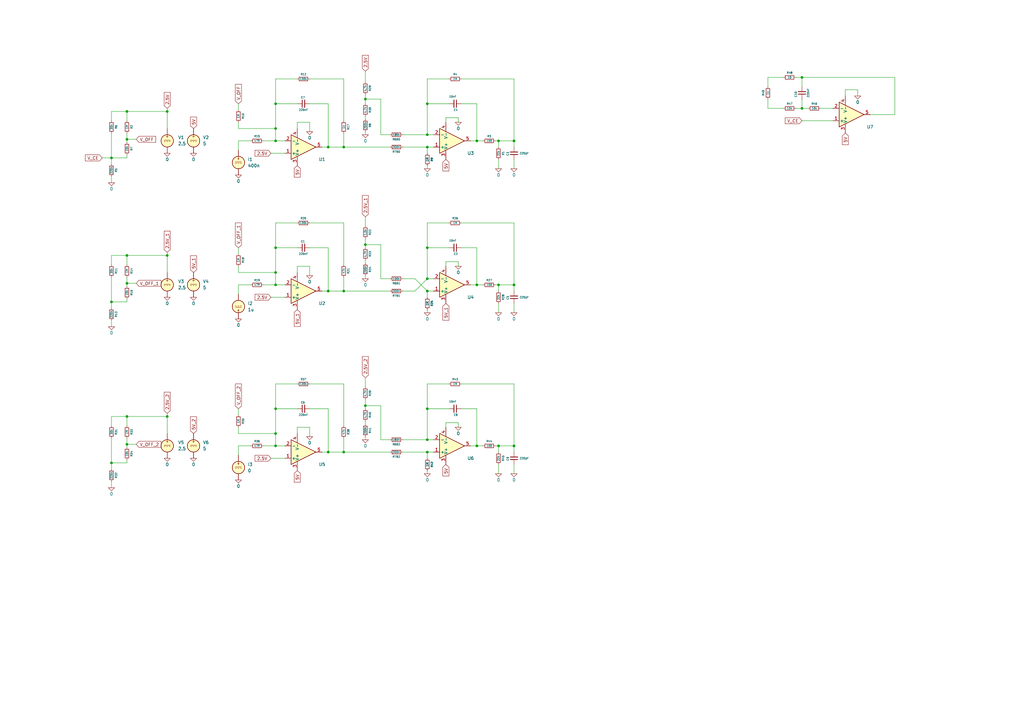
<source format=kicad_sch>
(kicad_sch (version 20250114) (generator "eeschema") (generator_version "9.0")
  (paper "A3")
  (title_block (title "OGS_Board") (date "2024-09-09") (rev "1") (company "Oizom Instruments Private Limited") (comment 1 "H2S / CO / SO2"))
  (junction (at 52.07 45.72))
  (junction (at 134.62 60.325))
  (junction (at 204.47 116.84))
  (junction (at 149.86 40.64))
  (junction (at 45.72 123.825))
  (junction (at 113.03 116.84))
  (junction (at 149.86 100.33))
  (junction (at 195.58 116.84))
  (junction (at 195.58 182.88))
  (junction (at 134.62 119.38))
  (junction (at 45.72 64.77))
  (junction (at 328.93 44.45))
  (junction (at 113.03 52.705))
  (junction (at 140.97 185.42))
  (junction (at 149.86 166.37))
  (junction (at 175.26 167.64))
  (junction (at 204.47 57.785))
  (junction (at 210.82 182.88))
  (junction (at 68.58 170.815))
  (junction (at 175.26 101.6))
  (junction (at 210.82 57.785))
  (junction (at 175.26 185.42))
  (junction (at 113.03 177.8))
  (junction (at 52.07 104.775))
  (junction (at 175.26 180.34))
  (junction (at 175.26 55.245))
  (junction (at 175.26 42.545))
  (junction (at 175.26 114.3))
  (junction (at 45.72 189.865))
  (junction (at 52.07 57.15))
  (junction (at 113.03 167.64))
  (junction (at 68.58 45.72))
  (junction (at 52.07 182.245))
  (junction (at 204.47 182.88))
  (junction (at 113.03 101.6))
  (junction (at 52.07 116.205))
  (junction (at 175.26 60.325))
  (junction (at 113.03 42.545))
  (junction (at 210.82 116.84))
  (junction (at 52.07 170.815))
  (junction (at 175.26 119.38))
  (junction (at 68.58 104.775))
  (junction (at 113.03 182.88))
  (junction (at 134.62 185.42))
  (junction (at 328.93 31.75))
  (junction (at 113.03 111.76))
  (junction (at 140.97 60.325))
  (junction (at 113.03 57.785))
  (junction (at 195.58 57.785))
  (junction (at 140.97 119.38))
  (wire (pts (xy 182.88 50.165) (xy 182.88 48.26)))
  (wire (pts (xy 111.125 121.92) (xy 116.84 121.92)))
  (wire (pts (xy 113.03 157.48) (xy 113.03 167.64)))
  (wire (pts (xy 132.08 185.42) (xy 134.62 185.42)))
  (wire (pts (xy 140.97 32.385) (xy 127 32.385)))
  (wire (pts (xy 175.26 157.48) (xy 175.26 167.64)))
  (wire (pts (xy 45.72 108.585) (xy 45.72 104.775)))
  (wire (pts (xy 182.88 175.26) (xy 182.88 173.355)))
  (wire (pts (xy 52.07 122.555) (xy 52.07 123.825)))
  (wire (pts (xy 149.86 29.21) (xy 149.86 33.655)))
  (wire (pts (xy 140.97 91.44) (xy 127 91.44)))
  (wire (pts (xy 149.86 38.735) (xy 149.86 40.64)))
  (wire (pts (xy 68.58 170.815) (xy 68.58 177.8)))
  (wire (pts (xy 134.62 167.64) (xy 127 167.64)))
  (wire (pts (xy 156.21 114.3) (xy 156.21 100.33)))
  (wire (pts (xy 175.26 127) (xy 175.26 128.27)))
  (wire (pts (xy 210.82 65.405) (xy 210.82 69.215)))
  (wire (pts (xy 121.92 52.705) (xy 121.92 50.165)))
  (wire (pts (xy 113.03 32.385) (xy 113.03 42.545)))
  (wire (pts (xy 140.97 49.53) (xy 140.97 32.385)))
  (wire (pts (xy 187.96 173.355) (xy 187.96 175.26)))
  (wire (pts (xy 97.79 182.88) (xy 97.79 186.69)))
  (wire (pts (xy 52.07 54.61) (xy 52.07 57.15)))
  (wire (pts (xy 184.15 91.44) (xy 175.26 91.44)))
  (wire (pts (xy 68.58 104.775) (xy 68.58 111.76)))
  (wire (pts (xy 140.97 113.665) (xy 140.97 119.38)))
  (wire (pts (xy 107.95 57.785) (xy 113.03 57.785)))
  (wire (pts (xy 182.88 107.315) (xy 187.96 107.315)))
  (wire (pts (xy 184.15 157.48) (xy 175.26 157.48)))
  (wire (pts (xy 45.72 64.77) (xy 45.72 67.31)))
  (wire (pts (xy 134.62 185.42) (xy 140.97 185.42)))
  (wire (pts (xy 356.87 46.99) (xy 367.03 46.99)))
  (wire (pts (xy 195.58 116.84) (xy 198.12 116.84)))
  (wire (pts (xy 45.72 189.865) (xy 45.72 192.405)))
  (wire (pts (xy 45.72 131.445) (xy 45.72 133.985)))
  (wire (pts (xy 210.82 32.385) (xy 210.82 57.785)))
  (wire (pts (xy 52.07 189.865) (xy 45.72 189.865)))
  (wire (pts (xy 97.79 57.785) (xy 97.79 61.595)))
  (wire (pts (xy 45.72 45.72) (xy 52.07 45.72)))
  (wire (pts (xy 121.92 157.48) (xy 113.03 157.48)))
  (wire (pts (xy 149.86 97.79) (xy 149.86 100.33)))
  (wire (pts (xy 121.92 177.8) (xy 121.92 175.26)))
  (wire (pts (xy 182.88 48.26) (xy 187.96 48.26)))
  (wire (pts (xy 175.26 91.44) (xy 175.26 101.6)))
  (wire (pts (xy 127 109.22) (xy 127 113.03)))
  (wire (pts (xy 210.82 124.46) (xy 210.82 128.27)))
  (wire (pts (xy 68.58 169.545) (xy 68.58 170.815)))
  (wire (pts (xy 189.23 157.48) (xy 210.82 157.48)))
  (wire (pts (xy 189.23 91.44) (xy 210.82 91.44)))
  (wire (pts (xy 149.86 106.68) (xy 149.86 107.95)))
  (wire (pts (xy 52.07 63.5) (xy 52.07 64.77)))
  (wire (pts (xy 121.92 50.165) (xy 127 50.165)))
  (wire (pts (xy 121.92 109.22) (xy 127 109.22)))
  (wire (pts (xy 175.26 60.325) (xy 177.8 60.325)))
  (wire (pts (xy 68.58 44.45) (xy 68.58 45.72)))
  (wire (pts (xy 175.26 114.3) (xy 177.8 114.3)))
  (wire (pts (xy 52.07 116.205) (xy 55.88 116.205)))
  (wire (pts (xy 140.97 157.48) (xy 127 157.48)))
  (wire (pts (xy 165.1 185.42) (xy 175.26 185.42)))
  (wire (pts (xy 45.72 72.39) (xy 45.72 74.93)))
  (wire (pts (xy 175.26 101.6) (xy 175.26 114.3)))
  (wire (pts (xy 52.07 182.245) (xy 55.88 182.245)))
  (wire (pts (xy 149.86 100.33) (xy 156.21 100.33)))
  (wire (pts (xy 184.15 32.385) (xy 175.26 32.385)))
  (wire (pts (xy 193.04 182.88) (xy 195.58 182.88)))
  (wire (pts (xy 45.72 104.775) (xy 52.07 104.775)))
  (wire (pts (xy 121.92 175.26) (xy 127 175.26)))
  (wire (pts (xy 132.08 119.38) (xy 134.62 119.38)))
  (wire (pts (xy 187.96 48.26) (xy 187.96 50.165)))
  (wire (pts (xy 97.79 116.84) (xy 97.79 120.65)))
  (wire (pts (xy 326.39 31.75) (xy 328.93 31.75)))
  (wire (pts (xy 170.18 119.38) (xy 175.26 114.3)))
  (wire (pts (xy 336.55 44.45) (xy 341.63 44.45)))
  (wire (pts (xy 195.58 167.64) (xy 195.58 182.88)))
  (wire (pts (xy 52.07 188.595) (xy 52.07 189.865)))
  (wire (pts (xy 175.26 42.545) (xy 184.15 42.545)))
  (wire (pts (xy 175.26 60.325) (xy 175.26 62.865)))
  (wire (pts (xy 160.02 114.3) (xy 156.21 114.3)))
  (wire (pts (xy 210.82 91.44) (xy 210.82 116.84)))
  (wire (pts (xy 204.47 124.46) (xy 204.47 128.27)))
  (wire (pts (xy 165.1 55.245) (xy 175.26 55.245)))
  (wire (pts (xy 134.62 119.38) (xy 140.97 119.38)))
  (wire (pts (xy 149.86 47.625) (xy 149.86 48.895)))
  (wire (pts (xy 189.23 167.64) (xy 195.58 167.64)))
  (wire (pts (xy 314.96 31.75) (xy 314.96 35.56)))
  (wire (pts (xy 97.79 175.26) (xy 97.79 177.8)))
  (wire (pts (xy 175.26 193.04) (xy 175.26 194.31)))
  (wire (pts (xy 127 50.165) (xy 127 53.975)))
  (wire (pts (xy 52.07 170.815) (xy 68.58 170.815)))
  (wire (pts (xy 134.62 60.325) (xy 140.97 60.325)))
  (wire (pts (xy 52.07 64.77) (xy 45.72 64.77)))
  (wire (pts (xy 45.72 123.825) (xy 45.72 126.365)))
  (wire (pts (xy 45.72 113.665) (xy 45.72 123.825)))
  (wire (pts (xy 165.1 114.3) (xy 170.18 114.3)))
  (wire (pts (xy 160.02 180.34) (xy 156.21 180.34)))
  (wire (pts (xy 149.86 172.72) (xy 149.86 173.99)))
  (wire (pts (xy 52.07 45.72) (xy 52.07 49.53)))
  (wire (pts (xy 97.79 50.165) (xy 97.79 52.705)))
  (wire (pts (xy 314.96 31.75) (xy 321.31 31.75)))
  (wire (pts (xy 52.07 116.205) (xy 52.07 117.475)))
  (wire (pts (xy 52.07 57.15) (xy 52.07 58.42)))
  (wire (pts (xy 149.86 154.94) (xy 149.86 158.75)))
  (wire (pts (xy 328.93 31.75) (xy 367.03 31.75)))
  (wire (pts (xy 175.26 42.545) (xy 175.26 55.245)))
  (wire (pts (xy 175.26 67.945) (xy 175.26 69.215)))
  (wire (pts (xy 175.26 55.245) (xy 177.8 55.245)))
  (wire (pts (xy 52.07 123.825) (xy 45.72 123.825)))
  (wire (pts (xy 367.03 31.75) (xy 367.03 46.99)))
  (wire (pts (xy 68.58 45.72) (xy 68.58 52.705)))
  (wire (pts (xy 149.86 53.975) (xy 149.86 55.245)))
  (wire (pts (xy 189.23 42.545) (xy 195.58 42.545)))
  (wire (pts (xy 210.82 182.88) (xy 204.47 182.88)))
  (wire (pts (xy 113.03 101.6) (xy 113.03 111.76)))
  (wire (pts (xy 134.62 60.325) (xy 134.62 42.545)))
  (wire (pts (xy 149.86 166.37) (xy 149.86 167.64)))
  (wire (pts (xy 328.93 44.45) (xy 331.47 44.45)))
  (wire (pts (xy 107.95 182.88) (xy 113.03 182.88)))
  (wire (pts (xy 149.86 40.64) (xy 156.21 40.64)))
  (wire (pts (xy 149.86 88.9) (xy 149.86 92.71)))
  (wire (pts (xy 121.92 111.76) (xy 121.92 109.22)))
  (wire (pts (xy 121.92 32.385) (xy 113.03 32.385)))
  (wire (pts (xy 97.79 116.84) (xy 102.87 116.84)))
  (wire (pts (xy 97.79 182.88) (xy 102.87 182.88)))
  (wire (pts (xy 175.26 119.38) (xy 175.26 121.92)))
  (wire (pts (xy 113.03 167.64) (xy 121.92 167.64)))
  (wire (pts (xy 127 175.26) (xy 127 179.07)))
  (wire (pts (xy 45.72 197.485) (xy 45.72 200.025)))
  (wire (pts (xy 182.88 109.22) (xy 182.88 107.315)))
  (wire (pts (xy 204.47 57.785) (xy 204.47 60.325)))
  (wire (pts (xy 175.26 167.64) (xy 175.26 180.34)))
  (wire (pts (xy 175.26 185.42) (xy 177.8 185.42)))
  (wire (pts (xy 165.1 60.325) (xy 175.26 60.325)))
  (wire (pts (xy 314.96 44.45) (xy 321.31 44.45)))
  (wire (pts (xy 41.91 64.77) (xy 45.72 64.77)))
  (wire (pts (xy 165.1 180.34) (xy 175.26 180.34)))
  (wire (pts (xy 68.58 103.505) (xy 68.58 104.775)))
  (wire (pts (xy 113.03 182.88) (xy 116.84 182.88)))
  (wire (pts (xy 52.07 104.775) (xy 52.07 108.585)))
  (wire (pts (xy 97.79 177.8) (xy 113.03 177.8)))
  (wire (pts (xy 165.1 119.38) (xy 170.18 119.38)))
  (wire (pts (xy 210.82 182.88) (xy 210.82 185.42)))
  (wire (pts (xy 113.03 116.84) (xy 116.84 116.84)))
  (wire (pts (xy 156.21 40.64) (xy 156.21 55.245)))
  (wire (pts (xy 193.04 57.785) (xy 195.58 57.785)))
  (wire (pts (xy 140.97 60.325) (xy 160.02 60.325)))
  (wire (pts (xy 328.93 49.53) (xy 341.63 49.53)))
  (wire (pts (xy 113.03 42.545) (xy 121.92 42.545)))
  (wire (pts (xy 326.39 44.45) (xy 328.93 44.45)))
  (wire (pts (xy 132.08 60.325) (xy 134.62 60.325)))
  (wire (pts (xy 45.72 174.625) (xy 45.72 170.815)))
  (wire (pts (xy 113.03 52.705) (xy 113.03 57.785)))
  (wire (pts (xy 204.47 116.84) (xy 204.47 119.38)))
  (wire (pts (xy 149.86 163.83) (xy 149.86 166.37)))
  (wire (pts (xy 346.71 36.83) (xy 346.71 39.37)))
  (wire (pts (xy 140.97 179.705) (xy 140.97 185.42)))
  (wire (pts (xy 52.07 170.815) (xy 52.07 174.625)))
  (wire (pts (xy 175.26 185.42) (xy 175.26 187.96)))
  (wire (pts (xy 134.62 185.42) (xy 134.62 167.64)))
  (wire (pts (xy 149.86 179.07) (xy 149.86 180.34)))
  (wire (pts (xy 195.58 101.6) (xy 195.58 116.84)))
  (wire (pts (xy 134.62 119.38) (xy 134.62 101.6)))
  (wire (pts (xy 189.23 101.6) (xy 195.58 101.6)))
  (wire (pts (xy 204.47 182.88) (xy 204.47 185.42)))
  (wire (pts (xy 52.07 113.665) (xy 52.07 116.205)))
  (wire (pts (xy 111.125 187.96) (xy 116.84 187.96)))
  (wire (pts (xy 52.07 45.72) (xy 68.58 45.72)))
  (wire (pts (xy 111.125 62.865) (xy 116.84 62.865)))
  (wire (pts (xy 187.96 107.315) (xy 187.96 109.22)))
  (wire (pts (xy 97.79 109.22) (xy 97.79 111.76)))
  (wire (pts (xy 45.72 170.815) (xy 52.07 170.815)))
  (wire (pts (xy 52.07 57.15) (xy 55.88 57.15)))
  (wire (pts (xy 97.79 170.18) (xy 97.79 167.64)))
  (wire (pts (xy 328.93 40.64) (xy 328.93 44.45)))
  (wire (pts (xy 210.82 190.5) (xy 210.82 194.31)))
  (wire (pts (xy 204.47 182.88) (xy 203.2 182.88)))
  (wire (pts (xy 97.79 52.705) (xy 113.03 52.705)))
  (wire (pts (xy 134.62 101.6) (xy 127 101.6)))
  (wire (pts (xy 182.88 173.355) (xy 187.96 173.355)))
  (wire (pts (xy 210.82 57.785) (xy 204.47 57.785)))
  (wire (pts (xy 195.58 182.88) (xy 198.12 182.88)))
  (wire (pts (xy 140.97 119.38) (xy 160.02 119.38)))
  (wire (pts (xy 204.47 116.84) (xy 203.2 116.84)))
  (wire (pts (xy 204.47 65.405) (xy 204.47 69.215)))
  (wire (pts (xy 52.07 182.245) (xy 52.07 183.515)))
  (wire (pts (xy 193.04 116.84) (xy 195.58 116.84)))
  (wire (pts (xy 149.86 113.03) (xy 149.86 114.3)))
  (wire (pts (xy 195.58 57.785) (xy 198.12 57.785)))
  (wire (pts (xy 52.07 179.705) (xy 52.07 182.245)))
  (wire (pts (xy 113.03 42.545) (xy 113.03 52.705)))
  (wire (pts (xy 52.07 104.775) (xy 68.58 104.775)))
  (wire (pts (xy 134.62 42.545) (xy 127 42.545)))
  (wire (pts (xy 149.86 100.33) (xy 149.86 101.6)))
  (wire (pts (xy 175.26 32.385) (xy 175.26 42.545)))
  (wire (pts (xy 97.79 104.14) (xy 97.79 101.6)))
  (wire (pts (xy 113.03 91.44) (xy 113.03 101.6)))
  (wire (pts (xy 170.18 114.3) (xy 175.26 119.38)))
  (wire (pts (xy 140.97 174.625) (xy 140.97 157.48)))
  (wire (pts (xy 45.72 49.53) (xy 45.72 45.72)))
  (wire (pts (xy 113.03 57.785) (xy 116.84 57.785)))
  (wire (pts (xy 175.26 180.34) (xy 177.8 180.34)))
  (wire (pts (xy 107.95 116.84) (xy 113.03 116.84)))
  (wire (pts (xy 314.96 40.64) (xy 314.96 44.45)))
  (wire (pts (xy 149.86 166.37) (xy 156.21 166.37)))
  (wire (pts (xy 97.79 111.76) (xy 113.03 111.76)))
  (wire (pts (xy 328.93 31.75) (xy 328.93 35.56)))
  (wire (pts (xy 204.47 190.5) (xy 204.47 194.31)))
  (wire (pts (xy 113.03 177.8) (xy 113.03 182.88)))
  (wire (pts (xy 140.97 185.42) (xy 160.02 185.42)))
  (wire (pts (xy 97.79 57.785) (xy 102.87 57.785)))
  (wire (pts (xy 113.03 111.76) (xy 113.03 116.84)))
  (wire (pts (xy 189.23 32.385) (xy 210.82 32.385)))
  (wire (pts (xy 175.26 101.6) (xy 184.15 101.6)))
  (wire (pts (xy 210.82 57.785) (xy 210.82 60.325)))
  (wire (pts (xy 97.79 45.085) (xy 97.79 42.545)))
  (wire (pts (xy 45.72 54.61) (xy 45.72 64.77)))
  (wire (pts (xy 195.58 42.545) (xy 195.58 57.785)))
  (wire (pts (xy 175.26 167.64) (xy 184.15 167.64)))
  (wire (pts (xy 175.26 119.38) (xy 177.8 119.38)))
  (wire (pts (xy 210.82 116.84) (xy 204.47 116.84)))
  (wire (pts (xy 351.79 36.83) (xy 351.79 39.37)))
  (wire (pts (xy 140.97 108.585) (xy 140.97 91.44)))
  (wire (pts (xy 113.03 101.6) (xy 121.92 101.6)))
  (wire (pts (xy 149.86 40.64) (xy 149.86 42.545)))
  (wire (pts (xy 121.92 91.44) (xy 113.03 91.44)))
  (wire (pts (xy 113.03 167.64) (xy 113.03 177.8)))
  (wire (pts (xy 156.21 180.34) (xy 156.21 166.37)))
  (wire (pts (xy 160.02 55.245) (xy 156.21 55.245)))
  (wire (pts (xy 204.47 57.785) (xy 203.2 57.785)))
  (wire (pts (xy 346.71 36.83) (xy 351.79 36.83)))
  (wire (pts (xy 210.82 116.84) (xy 210.82 119.38)))
  (wire (pts (xy 210.82 157.48) (xy 210.82 182.88)))
  (wire (pts (xy 140.97 54.61) (xy 140.97 60.325)))
  (wire (pts (xy 45.72 179.705) (xy 45.72 189.865)))
  (global_label "V_OFF" (shape input) (at 97.79 42.545 90) (property "Intersheetrefs" "${INTERSHEET_REFS}" (effects (hide yes))))
  (global_label "2.5V" (shape input) (at 111.125 62.865 180) (property "Intersheetrefs" "${INTERSHEET_REFS}" (effects (hide yes))))
  (global_label "V_OFF_1" (shape input) (at 55.88 116.205 0) (property "Intersheetrefs" "${INTERSHEET_REFS}" (effects (hide yes))))
  (global_label "2.5V" (shape input) (at 149.86 29.21 90) (property "Intersheetrefs" "${INTERSHEET_REFS}" (effects (hide yes))))
  (global_label "5V" (shape input) (at 79.375 52.705 90) (property "Intersheetrefs" "${INTERSHEET_REFS}" (effects (hide yes))))
  (global_label "2.5V" (shape input) (at 111.125 121.92 180) (property "Intersheetrefs" "${INTERSHEET_REFS}" (effects (hide yes))))
  (global_label "5V_1" (shape input) (at 121.92 127 270) (property "Intersheetrefs" "${INTERSHEET_REFS}" (effects (hide yes))))
  (global_label "5V" (shape input) (at 182.88 65.405 270) (property "Intersheetrefs" "${INTERSHEET_REFS}" (effects (hide yes))))
  (global_label "2.5V_1" (shape input) (at 149.86 88.9 90) (property "Intersheetrefs" "${INTERSHEET_REFS}" (effects (hide yes))))
  (global_label "2.5V" (shape input) (at 68.58 44.45 90) (property "Intersheetrefs" "${INTERSHEET_REFS}" (effects (hide yes))))
  (global_label "V_OFF" (shape input) (at 55.88 57.15 0) (property "Intersheetrefs" "${INTERSHEET_REFS}" (effects (hide yes))))
  (global_label "V_CE" (shape input) (at 328.93 49.53 180) (property "Intersheetrefs" "${INTERSHEET_REFS}" (effects (hide yes))))
  (global_label "2.5V" (shape input) (at 111.125 187.96 180) (property "Intersheetrefs" "${INTERSHEET_REFS}" (effects (hide yes))))
  (global_label "5V" (shape input) (at 182.88 190.5 270) (property "Intersheetrefs" "${INTERSHEET_REFS}" (effects (hide yes))))
  (global_label "5V" (shape input) (at 346.71 54.61 270) (property "Intersheetrefs" "${INTERSHEET_REFS}" (effects (hide yes))))
  (global_label "V_CE" (shape input) (at 41.91 64.77 180) (property "Intersheetrefs" "${INTERSHEET_REFS}" (effects (hide yes))))
  (global_label "5V" (shape input) (at 121.92 193.04 270) (property "Intersheetrefs" "${INTERSHEET_REFS}" (effects (hide yes))))
  (global_label "2.5V_2" (shape input) (at 149.86 154.94 90) (property "Intersheetrefs" "${INTERSHEET_REFS}" (effects (hide yes))))
  (global_label "2.5V_2" (shape input) (at 68.58 169.545 90) (property "Intersheetrefs" "${INTERSHEET_REFS}" (effects (hide yes))))
  (global_label "5V_2" (shape input) (at 79.375 177.8 90) (property "Intersheetrefs" "${INTERSHEET_REFS}" (effects (hide yes))))
  (global_label "2.5V_1" (shape input) (at 68.58 103.505 90) (property "Intersheetrefs" "${INTERSHEET_REFS}" (effects (hide yes))))
  (global_label "V_OFF_2" (shape input) (at 97.79 167.64 90) (property "Intersheetrefs" "${INTERSHEET_REFS}" (effects (hide yes))))
  (global_label "5V_1" (shape input) (at 79.375 111.76 90) (property "Intersheetrefs" "${INTERSHEET_REFS}" (effects (hide yes))))
  (global_label "5V" (shape input) (at 121.92 67.945 270) (property "Intersheetrefs" "${INTERSHEET_REFS}" (effects (hide yes))))
  (global_label "5V_1" (shape input) (at 182.88 124.46 270) (property "Intersheetrefs" "${INTERSHEET_REFS}" (effects (hide yes))))
  (global_label "V_OFF_1" (shape input) (at 97.79 101.6 90) (property "Intersheetrefs" "${INTERSHEET_REFS}" (effects (hide yes))))
  (global_label "V_OFF_2" (shape input) (at 55.88 182.245 0) (property "Intersheetrefs" "${INTERSHEET_REFS}" (effects (hide yes))))
  (symbol (lib_id "Device:R_Small") (at 204.47 121.92 0) (unit 1)
    (property "Reference" "R28" (at 206.375 121.92 90) (effects (font (size 0.8 0.8))))
    (property "Value" "22k" (at 204.47 121.92 90) (effects (font (size 0.8 0.8))))
    (property "Footprint" "Resistor_SMD:R_0603_1608Metric" (effects (hide yes)))
  )
  (symbol (lib_id "Simulation_SPICE:0") (at 79.375 187.96 0) (unit 1)
    (property "Reference" "#GND023" (effects (hide yes)))
    (property "Value" "0" (at 79.375 190.5 0))
    (property "Datasheet" "https://ngspice.sourceforge.io/docs/ngspice-html-manual/manual.xhtml#subsec_Circuit_elements__device" (effects (hide yes)))
    (property "Description" "0V reference potential for simulation" (effects (hide yes)))
  )
  (symbol (lib_id "Device:R_Small") (at 45.72 194.945 0) (unit 1)
    (property "Reference" "R32" (at 47.625 194.945 90) (effects (font (size 0.8 0.8))))
    (property "Value" "220k" (at 45.72 194.945 90) (effects (font (size 0.8 0.8))))
    (property "Footprint" "Resistor_SMD:R_0603_1608Metric" (effects (hide yes)))
  )
  (symbol (lib_id "Device:R_Small") (at 334.01 44.45 90) (unit 1)
    (property "Reference" "R46" (at 334.01 42.545 90) (effects (font (size 0.8 0.8))))
    (property "Value" "10k" (at 334.01 44.45 90) (effects (font (size 0.8 0.8))))
    (property "Footprint" "Resistor_SMD:R_0603_1608Metric" (effects (hide yes)))
  )
  (symbol (lib_id "Simulation_SPICE:0") (at 127 113.03 0) (unit 1)
    (property "Reference" "#GND015" (effects (hide yes)))
    (property "Value" "0" (at 127 115.57 0))
    (property "Datasheet" "https://ngspice.sourceforge.io/docs/ngspice-html-manual/manual.xhtml#subsec_Circuit_elements__device" (effects (hide yes)))
    (property "Description" "0V reference potential for simulation" (effects (hide yes)))
  )
  (symbol (lib_id "Device:R_Small") (at 162.56 55.245 270) (unit 1)
    (property "Reference" "R6B0" (at 162.56 57.15 90) (effects (font (size 0.8 0.8))))
    (property "Value" "180k" (at 162.56 55.245 90) (effects (font (size 0.8 0.8))))
    (property "Footprint" "Resistor_SMD:R_0603_1608Metric" (effects (hide yes)))
  )
  (symbol (lib_id "Device:R_Small") (at 45.72 128.905 0) (unit 1)
    (property "Reference" "R13" (at 47.625 128.905 90) (effects (font (size 0.8 0.8))))
    (property "Value" "220k" (at 45.72 128.905 90) (effects (font (size 0.8 0.8))))
    (property "Footprint" "Resistor_SMD:R_0603_1608Metric" (effects (hide yes)))
  )
  (symbol (lib_id "Simulation_SPICE:0") (at 68.58 187.96 0) (unit 1)
    (property "Reference" "#GND022" (effects (hide yes)))
    (property "Value" "0" (at 68.58 190.5 0))
    (property "Datasheet" "https://ngspice.sourceforge.io/docs/ngspice-html-manual/manual.xhtml#subsec_Circuit_elements__device" (effects (hide yes)))
    (property "Description" "0V reference potential for simulation" (effects (hide yes)))
  )
  (symbol (lib_id "Device:R_Small") (at 45.72 111.125 0) (unit 1)
    (property "Reference" "R11" (at 47.625 111.125 90) (effects (font (size 0.8 0.8))))
    (property "Value" "30k" (at 45.72 111.125 90) (effects (font (size 0.8 0.8))))
    (property "Footprint" "Resistor_SMD:R_0603_1608Metric" (effects (hide yes)))
  )
  (symbol (lib_id "Simulation_SPICE:OPAMP") (at 185.42 57.785 0) (mirror x) (unit 1)
    (property "Reference" "U3" (at 193.04 62.8336 0))
    (property "Value" "${SIM.PARAMS}" (at 193.04 60.9285 0))
    (property "Datasheet" "https://ngspice.sourceforge.io/docs/ngspice-html-manual/manual.xhtml#sec__SUBCKT_Subcircuits" (effects (hide yes)))
    (property "Description" "Operational amplifier, single, node sequence=1:+ 2:- 3:OUT 4:V+ 5:V-" (effects (hide yes)))
    (property "Sim.Pins" "1=in+ 2=in- 3=vcc 4=vee 5=out" (effects (hide yes)))
    (property "Sim.Device" "SUBCKT" (effects (hide yes)))
    (property "Sim.Library" "${KICAD8_SYMBOL_DIR}/Simulation_SPICE.sp" (effects (hide yes)))
    (property "Sim.Name" "kicad_builtin_opamp" (effects (hide yes)))
  )
  (symbol (lib_id "Device:R_Small") (at 204.47 62.865 0) (unit 1)
    (property "Reference" "R1" (at 206.375 62.865 90) (effects (font (size 0.8 0.8))))
    (property "Value" "22k" (at 204.47 62.865 90) (effects (font (size 0.8 0.8))))
    (property "Footprint" "Resistor_SMD:R_0603_1608Metric" (effects (hide yes)))
  )
  (symbol (lib_id "Simulation_SPICE:OPAMP") (at 349.25 46.99 0) (mirror x) (unit 1)
    (property "Reference" "U7" (at 356.87 52.0386 0))
    (property "Value" "${SIM.PARAMS}" (at 356.87 50.1335 0))
    (property "Datasheet" "https://ngspice.sourceforge.io/docs/ngspice-html-manual/manual.xhtml#sec__SUBCKT_Subcircuits" (effects (hide yes)))
    (property "Description" "Operational amplifier, single, node sequence=1:+ 2:- 3:OUT 4:V+ 5:V-" (effects (hide yes)))
    (property "Sim.Pins" "1=in+ 2=in- 3=vcc 4=vee 5=out" (effects (hide yes)))
    (property "Sim.Device" "SUBCKT" (effects (hide yes)))
    (property "Sim.Library" "${KICAD8_SYMBOL_DIR}/Simulation_SPICE.sp" (effects (hide yes)))
    (property "Sim.Name" "kicad_builtin_opamp" (effects (hide yes)))
  )
  (symbol (lib_id "Device:R_Small") (at 149.86 36.195 0) (unit 1)
    (property "Reference" "R29" (at 151.765 36.195 90) (effects (font (size 0.8 0.8))))
    (property "Value" "4.7k" (at 149.86 36.195 90) (effects (font (size 0.8 0.8))))
    (property "Footprint" "Resistor_SMD:R_0603_1608Metric" (effects (hide yes)))
  )
  (symbol (lib_id "Device:R_Small") (at 323.85 31.75 90) (unit 1)
    (property "Reference" "R48" (at 323.85 29.845 90) (effects (font (size 0.8 0.8))))
    (property "Value" "10" (at 323.85 31.75 90) (effects (font (size 0.8 0.8))))
    (property "Footprint" "Resistor_SMD:R_0603_1608Metric" (effects (hide yes)))
  )
  (symbol (lib_id "Simulation_SPICE:VDC") (at 79.375 116.84 0) (unit 1)
    (property "Reference" "V4" (at 83.185 115.4401 0) (effects (justify left)))
    (property "Value" "5" (at 83.185 117.9801 0) (effects (justify left)))
    (property "Datasheet" "https://ngspice.sourceforge.io/docs/ngspice-html-manual/manual.xhtml#sec_Independent_Sources_for" (effects (hide yes)))
    (property "Description" "Voltage source, DC" (effects (hide yes)))
    (property "Sim.Pins" "1=+ 2=-" (effects (hide yes)))
    (property "Sim.Type" "DC" (effects (hide yes)))
    (property "Sim.Device" "V" (effects (hide yes)))
  )
  (symbol (lib_id "Device:R_Small") (at 200.66 116.84 90) (unit 1)
    (property "Reference" "R27" (at 200.66 114.935 90) (effects (font (size 0.8 0.8))))
    (property "Value" "100" (at 200.66 116.84 90) (effects (font (size 0.8 0.8))))
    (property "Footprint" "Resistor_SMD:R_0603_1608Metric" (effects (hide yes)))
  )
  (symbol (lib_id "Device:C_Small") (at 210.82 121.92 180) (unit 1)
    (property "Reference" "C5" (at 208.28 121.285 90) (effects (font (size 0.8 0.8)) (justify left)))
    (property "Value" "220pF" (at 216.916 121.92 0) (effects (font (size 0.8 0.8)) (justify left)))
    (property "Footprint" "Capacitor_SMD:C_0603_1608Metric" (effects (hide yes)))
  )
  (symbol (lib_id "Simulation_SPICE:IDC") (at 97.79 125.73 180) (unit 1)
    (property "Reference" "I2" (at 101.6 124.4599 0) (effects (justify right)))
    (property "Value" "1u" (at 101.6 126.9999 0) (effects (justify right)))
    (property "Datasheet" "https://ngspice.sourceforge.io/docs/ngspice-html-manual/manual.xhtml#sec_Independent_Sources_for" (effects (hide yes)))
    (property "Description" "Current source, DC" (effects (hide yes)))
    (property "Sim.Pins" "1=+ 2=-" (effects (hide yes)))
    (property "Sim.Type" "DC" (effects (hide yes)))
    (property "Sim.Device" "I" (effects (hide yes)))
  )
  (symbol (lib_id "Simulation_SPICE:0") (at 175.26 69.215 0) (unit 1)
    (property "Reference" "#GND02" (effects (hide yes)))
    (property "Value" "0" (at 175.26 71.755 0))
    (property "Datasheet" "https://ngspice.sourceforge.io/docs/ngspice-html-manual/manual.xhtml#subsec_Circuit_elements__device" (effects (hide yes)))
    (property "Description" "0V reference potential for simulation" (effects (hide yes)))
  )
  (symbol (lib_id "Simulation_SPICE:VDC") (at 68.58 116.84 0) (unit 1)
    (property "Reference" "V3" (at 73.025 115.4401 0) (effects (justify left)))
    (property "Value" "2.5" (at 73.025 117.9801 0) (effects (justify left)))
    (property "Datasheet" "https://ngspice.sourceforge.io/docs/ngspice-html-manual/manual.xhtml#sec_Independent_Sources_for" (effects (hide yes)))
    (property "Description" "Voltage source, DC" (effects (hide yes)))
    (property "Sim.Pins" "1=+ 2=-" (effects (hide yes)))
    (property "Sim.Type" "DC" (effects (hide yes)))
    (property "Sim.Device" "V" (effects (hide yes)))
  )
  (symbol (lib_id "Simulation_SPICE:0") (at 351.79 39.37 0) (unit 1)
    (property "Reference" "#GND031" (effects (hide yes)))
    (property "Value" "0" (at 351.79 41.91 0))
    (property "Datasheet" "https://ngspice.sourceforge.io/docs/ngspice-html-manual/manual.xhtml#subsec_Circuit_elements__device" (effects (hide yes)))
    (property "Description" "0V reference potential for simulation" (effects (hide yes)))
  )
  (symbol (lib_id "Device:R_Small") (at 186.69 91.44 90) (unit 1)
    (property "Reference" "R26" (at 186.69 89.535 90) (effects (font (size 0.8 0.8))))
    (property "Value" "1M" (at 186.69 91.44 90) (effects (font (size 0.8 0.8))))
    (property "Footprint" "Resistor_SMD:R_0603_1608Metric" (effects (hide yes)))
  )
  (symbol (lib_id "Device:R_Small") (at 149.86 170.18 0) (unit 1)
    (property "Reference" "R40" (at 151.765 170.18 90) (effects (font (size 0.8 0.8))))
    (property "Value" "4.7K" (at 149.86 170.18 90) (effects (font (size 0.8 0.8))))
    (property "Footprint" "Resistor_SMD:R_0603_1608Metric" (effects (hide yes)))
  )
  (symbol (lib_id "Device:R_Small") (at 124.46 91.44 90) (unit 1)
    (property "Reference" "R20" (at 124.46 89.535 90) (effects (font (size 0.8 0.8))))
    (property "Value" "100k" (at 124.46 91.44 90) (effects (font (size 0.8 0.8))))
    (property "Footprint" "Resistor_SMD:R_0603_1608Metric" (effects (hide yes)))
  )
  (symbol (lib_id "Device:R_Small") (at 52.07 111.125 0) (unit 1)
    (property "Reference" "R14" (at 53.975 111.125 90) (effects (font (size 0.8 0.8))))
    (property "Value" "1M" (at 52.07 111.125 90) (effects (font (size 0.8 0.8))))
    (property "Footprint" "Resistor_SMD:R_0603_1608Metric" (effects (hide yes)))
  )
  (symbol (lib_id "Device:R_Small") (at 149.86 45.085 0) (unit 1)
    (property "Reference" "R30" (at 151.765 45.085 90) (effects (font (size 0.8 0.8))))
    (property "Value" "4.7k" (at 149.86 45.085 90) (effects (font (size 0.8 0.8))))
    (property "Footprint" "Resistor_SMD:R_0603_1608Metric" (effects (hide yes)))
  )
  (symbol (lib_id "Device:R_Small") (at 45.72 177.165 0) (unit 1)
    (property "Reference" "R31" (at 47.625 177.165 90) (effects (font (size 0.8 0.8))))
    (property "Value" "30k" (at 45.72 177.165 90) (effects (font (size 0.8 0.8))))
    (property "Footprint" "Resistor_SMD:R_0603_1608Metric" (effects (hide yes)))
  )
  (symbol (lib_id "Simulation_SPICE:0") (at 45.72 200.025 0) (unit 1)
    (property "Reference" "#GND021" (effects (hide yes)))
    (property "Value" "0" (at 45.72 202.565 0))
    (property "Datasheet" "https://ngspice.sourceforge.io/docs/ngspice-html-manual/manual.xhtml#subsec_Circuit_elements__device" (effects (hide yes)))
    (property "Description" "0V reference potential for simulation" (effects (hide yes)))
  )
  (symbol (lib_id "Device:C_Small") (at 210.82 62.865 180) (unit 1)
    (property "Reference" "C3" (at 208.28 62.23 90) (effects (font (size 0.8 0.8)) (justify left)))
    (property "Value" "220pF" (at 216.916 62.865 0) (effects (font (size 0.8 0.8)) (justify left)))
    (property "Footprint" "Capacitor_SMD:C_0603_1608Metric" (effects (hide yes)))
  )
  (symbol (lib_id "Simulation_SPICE:0") (at 210.82 194.31 0) (unit 1)
    (property "Reference" "#GND030" (effects (hide yes)))
    (property "Value" "0" (at 210.82 196.85 0))
    (property "Datasheet" "https://ngspice.sourceforge.io/docs/ngspice-html-manual/manual.xhtml#subsec_Circuit_elements__device" (effects (hide yes)))
    (property "Description" "0V reference potential for simulation" (effects (hide yes)))
  )
  (symbol (lib_id "Simulation_SPICE:0") (at 204.47 69.215 0) (unit 1)
    (property "Reference" "#GND05" (effects (hide yes)))
    (property "Value" "0" (at 204.47 71.755 0))
    (property "Datasheet" "https://ngspice.sourceforge.io/docs/ngspice-html-manual/manual.xhtml#subsec_Circuit_elements__device" (effects (hide yes)))
    (property "Description" "0V reference potential for simulation" (effects (hide yes)))
  )
  (symbol (lib_id "Simulation_SPICE:0") (at 68.58 62.865 0) (unit 1)
    (property "Reference" "#GND07" (effects (hide yes)))
    (property "Value" "0" (at 68.58 65.405 0))
    (property "Datasheet" "https://ngspice.sourceforge.io/docs/ngspice-html-manual/manual.xhtml#subsec_Circuit_elements__device" (effects (hide yes)))
    (property "Description" "0V reference potential for simulation" (effects (hide yes)))
  )
  (symbol (lib_id "Device:R_Small") (at 97.79 47.625 0) (unit 1)
    (property "Reference" "R10" (at 99.695 47.625 90) (effects (font (size 0.8 0.8))))
    (property "Value" "1M" (at 97.79 47.625 90) (effects (font (size 0.8 0.8))))
    (property "Footprint" "Resistor_SMD:R_0603_1608Metric" (effects (hide yes)))
  )
  (symbol (lib_id "Device:R_Small") (at 105.41 57.785 90) (unit 1)
    (property "Reference" "R15" (at 105.41 55.88 90) (effects (font (size 0.8 0.8))))
    (property "Value" "47R" (at 105.41 57.785 90) (effects (font (size 0.8 0.8))))
    (property "Footprint" "Resistor_SMD:R_0603_1608Metric" (effects (hide yes)))
  )
  (symbol (lib_id "Simulation_SPICE:0") (at 149.86 55.245 0) (unit 1)
    (property "Reference" "#GND01" (effects (hide yes)))
    (property "Value" "0" (at 149.86 57.785 0))
    (property "Datasheet" "https://ngspice.sourceforge.io/docs/ngspice-html-manual/manual.xhtml#subsec_Circuit_elements__device" (effects (hide yes)))
    (property "Description" "0V reference potential for simulation" (effects (hide yes)))
  )
  (symbol (lib_id "Device:C_Small") (at 186.69 42.545 270) (unit 1)
    (property "Reference" "C4" (at 186.055 45.085 90) (effects (font (size 0.8 0.8)) (justify left)))
    (property "Value" "10nF" (at 184.15 39.624 90) (effects (font (size 0.8 0.8)) (justify left)))
    (property "Footprint" "Capacitor_SMD:C_0603_1608Metric" (effects (hide yes)))
  )
  (symbol (lib_id "Simulation_SPICE:OPAMP") (at 185.42 182.88 0) (mirror x) (unit 1)
    (property "Reference" "U6" (at 193.04 187.9286 0))
    (property "Value" "${SIM.PARAMS}" (at 193.04 186.0235 0))
    (property "Datasheet" "https://ngspice.sourceforge.io/docs/ngspice-html-manual/manual.xhtml#sec__SUBCKT_Subcircuits" (effects (hide yes)))
    (property "Description" "Operational amplifier, single, node sequence=1:+ 2:- 3:OUT 4:V+ 5:V-" (effects (hide yes)))
    (property "Sim.Pins" "1=in+ 2=in- 3=vcc 4=vee 5=out" (effects (hide yes)))
    (property "Sim.Device" "SUBCKT" (effects (hide yes)))
    (property "Sim.Library" "${KICAD8_SYMBOL_DIR}/Simulation_SPICE.sp" (effects (hide yes)))
    (property "Sim.Name" "kicad_builtin_opamp" (effects (hide yes)))
  )
  (symbol (lib_id "Simulation_SPICE:0") (at 210.82 128.27 0) (unit 1)
    (property "Reference" "#GND020" (effects (hide yes)))
    (property "Value" "0" (at 210.82 130.81 0))
    (property "Datasheet" "https://ngspice.sourceforge.io/docs/ngspice-html-manual/manual.xhtml#subsec_Circuit_elements__device" (effects (hide yes)))
    (property "Description" "0V reference potential for simulation" (effects (hide yes)))
  )
  (symbol (lib_id "Simulation_SPICE:VDC") (at 79.375 57.785 0) (unit 1)
    (property "Reference" "V2" (at 83.185 56.3851 0) (effects (justify left)))
    (property "Value" "5" (at 83.185 58.9251 0) (effects (justify left)))
    (property "Datasheet" "https://ngspice.sourceforge.io/docs/ngspice-html-manual/manual.xhtml#sec_Independent_Sources_for" (effects (hide yes)))
    (property "Description" "Voltage source, DC" (effects (hide yes)))
    (property "Sim.Pins" "1=+ 2=-" (effects (hide yes)))
    (property "Sim.Type" "DC" (effects (hide yes)))
    (property "Sim.Device" "V" (effects (hide yes)))
  )
  (symbol (lib_id "Device:R_Small") (at 140.97 111.125 180) (unit 1)
    (property "Reference" "R21" (at 142.875 111.125 90) (effects (font (size 0.8 0.8))))
    (property "Value" "47k" (at 140.97 111.125 90) (effects (font (size 0.8 0.8))))
    (property "Footprint" "Resistor_SMD:R_0603_1608Metric" (effects (hide yes)))
  )
  (symbol (lib_id "Simulation_SPICE:0") (at 149.86 180.34 0) (unit 1)
    (property "Reference" "#GND026" (effects (hide yes)))
    (property "Value" "0" (at 149.86 182.88 0))
    (property "Datasheet" "https://ngspice.sourceforge.io/docs/ngspice-html-manual/manual.xhtml#subsec_Circuit_elements__device" (effects (hide yes)))
    (property "Description" "0V reference potential for simulation" (effects (hide yes)))
  )
  (symbol (lib_id "Device:R_Small") (at 162.56 60.325 270) (unit 1)
    (property "Reference" "R7B0" (at 162.56 62.23 90) (effects (font (size 0.8 0.8))))
    (property "Value" "200K" (at 162.56 60.325 90) (effects (font (size 0.8 0.8))))
    (property "Footprint" "Resistor_SMD:R_0603_1608Metric" (effects (hide yes)))
  )
  (symbol (lib_id "Simulation_SPICE:0") (at 45.72 74.93 0) (unit 1)
    (property "Reference" "#GND010" (effects (hide yes)))
    (property "Value" "0" (at 45.72 77.47 0))
    (property "Datasheet" "https://ngspice.sourceforge.io/docs/ngspice-html-manual/manual.xhtml#subsec_Circuit_elements__device" (effects (hide yes)))
    (property "Description" "0V reference potential for simulation" (effects (hide yes)))
  )
  (symbol (lib_id "Simulation_SPICE:VDC") (at 68.58 182.88 0) (unit 1)
    (property "Reference" "V5" (at 73.025 181.4801 0) (effects (justify left)))
    (property "Value" "2.5" (at 73.025 184.0201 0) (effects (justify left)))
    (property "Datasheet" "https://ngspice.sourceforge.io/docs/ngspice-html-manual/manual.xhtml#sec_Independent_Sources_for" (effects (hide yes)))
    (property "Description" "Voltage source, DC" (effects (hide yes)))
    (property "Sim.Pins" "1=+ 2=-" (effects (hide yes)))
    (property "Sim.Type" "DC" (effects (hide yes)))
    (property "Sim.Device" "V" (effects (hide yes)))
  )
  (symbol (lib_id "Simulation_SPICE:0") (at 204.47 194.31 0) (unit 1)
    (property "Reference" "#GND029" (effects (hide yes)))
    (property "Value" "0" (at 204.47 196.85 0))
    (property "Datasheet" "https://ngspice.sourceforge.io/docs/ngspice-html-manual/manual.xhtml#subsec_Circuit_elements__device" (effects (hide yes)))
    (property "Description" "0V reference potential for simulation" (effects (hide yes)))
  )
  (symbol (lib_id "Device:R_Small") (at 124.46 157.48 90) (unit 1)
    (property "Reference" "R37" (at 124.46 155.575 90) (effects (font (size 0.8 0.8))))
    (property "Value" "100k" (at 124.46 157.48 90) (effects (font (size 0.8 0.8))))
    (property "Footprint" "Resistor_SMD:R_0603_1608Metric" (effects (hide yes)))
  )
  (symbol (lib_id "Simulation_SPICE:IDC") (at 97.79 66.675 0) (unit 1)
    (property "Reference" "I1" (at 101.6 65.4049 0) (effects (justify left)))
    (property "Value" "400n" (at 101.6 67.9449 0) (effects (justify left)))
    (property "Datasheet" "https://ngspice.sourceforge.io/docs/ngspice-html-manual/manual.xhtml#sec_Independent_Sources_for" (effects (hide yes)))
    (property "Description" "Current source, DC" (effects (hide yes)))
    (property "Sim.Pins" "1=+ 2=-" (effects (hide yes)))
    (property "Sim.Type" "DC" (effects (hide yes)))
    (property "Sim.Device" "I" (effects (hide yes)))
  )
  (symbol (lib_id "Simulation_SPICE:0") (at 187.96 109.22 0) (unit 1)
    (property "Reference" "#GND018" (effects (hide yes)))
    (property "Value" "0" (at 187.96 111.76 0))
    (property "Datasheet" "https://ngspice.sourceforge.io/docs/ngspice-html-manual/manual.xhtml#subsec_Circuit_elements__device" (effects (hide yes)))
    (property "Description" "0V reference potential for simulation" (effects (hide yes)))
  )
  (symbol (lib_id "Device:R_Small") (at 105.41 182.88 90) (unit 1)
    (property "Reference" "R36" (at 105.41 180.975 90) (effects (font (size 0.8 0.8))))
    (property "Value" "47R" (at 105.41 182.88 90) (effects (font (size 0.8 0.8))))
    (property "Footprint" "Resistor_SMD:R_0603_1608Metric" (effects (hide yes)))
  )
  (symbol (lib_id "Simulation_SPICE:VDC") (at 68.58 57.785 0) (unit 1)
    (property "Reference" "V1" (at 73.025 56.3851 0) (effects (justify left)))
    (property "Value" "2.5" (at 73.025 58.9251 0) (effects (justify left)))
    (property "Datasheet" "https://ngspice.sourceforge.io/docs/ngspice-html-manual/manual.xhtml#sec_Independent_Sources_for" (effects (hide yes)))
    (property "Description" "Voltage source, DC" (effects (hide yes)))
    (property "Sim.Pins" "1=+ 2=-" (effects (hide yes)))
    (property "Sim.Type" "DC" (effects (hide yes)))
    (property "Sim.Device" "V" (effects (hide yes)))
  )
  (symbol (lib_id "Simulation_SPICE:0") (at 79.375 62.865 0) (unit 1)
    (property "Reference" "#GND08" (effects (hide yes)))
    (property "Value" "0" (at 79.375 65.405 0))
    (property "Datasheet" "https://ngspice.sourceforge.io/docs/ngspice-html-manual/manual.xhtml#subsec_Circuit_elements__device" (effects (hide yes)))
    (property "Description" "0V reference potential for simulation" (effects (hide yes)))
  )
  (symbol (lib_id "Simulation_SPICE:IDC") (at 97.79 191.77 0) (unit 1)
    (property "Reference" "I3" (at 101.6 190.4999 0) (effects (justify left)))
    (property "Value" "0" (at 101.6 193.0399 0) (effects (justify left)))
    (property "Datasheet" "https://ngspice.sourceforge.io/docs/ngspice-html-manual/manual.xhtml#sec_Independent_Sources_for" (effects (hide yes)))
    (property "Description" "Current source, DC" (effects (hide yes)))
    (property "Sim.Pins" "1=+ 2=-" (effects (hide yes)))
    (property "Sim.Type" "DC" (effects (hide yes)))
    (property "Sim.Device" "I" (effects (hide yes)))
  )
  (symbol (lib_id "Device:C_Small") (at 124.46 42.545 90) (unit 1)
    (property "Reference" "C7" (at 125.095 40.005 90) (effects (font (size 0.8 0.8)) (justify left)))
    (property "Value" "220nF" (at 126.365 45.085 90) (effects (font (size 0.8 0.8)) (justify left)))
    (property "Footprint" "Capacitor_SMD:C_0603_1608Metric" (effects (hide yes)))
  )
  (symbol (lib_id "Device:R_Small") (at 149.86 110.49 0) (unit 1)
    (property "Reference" "R24" (at 151.765 110.49 90) (effects (font (size 0.8 0.8))))
    (property "Value" "200K" (at 149.86 110.49 90) (effects (font (size 0.8 0.8))))
    (property "Footprint" "Resistor_SMD:R_0603_1608Metric" (effects (hide yes)))
  )
  (symbol (lib_id "Device:R_Small") (at 162.56 185.42 270) (unit 1)
    (property "Reference" "R7B2" (at 162.56 187.325 90) (effects (font (size 0.8 0.8))))
    (property "Value" "200K" (at 162.56 185.42 90) (effects (font (size 0.8 0.8))))
    (property "Footprint" "Resistor_SMD:R_0603_1608Metric" (effects (hide yes)))
  )
  (symbol (lib_id "Device:R_Small") (at 162.56 119.38 270) (unit 1)
    (property "Reference" "R7B1" (at 162.56 121.285 90) (effects (font (size 0.8 0.8))))
    (property "Value" "200K" (at 162.56 119.38 90) (effects (font (size 0.8 0.8))))
    (property "Footprint" "Resistor_SMD:R_0603_1608Metric" (effects (hide yes)))
  )
  (symbol (lib_id "Device:R_Small") (at 140.97 52.07 180) (unit 1)
    (property "Reference" "R17" (at 142.875 52.07 90) (effects (font (size 0.8 0.8))))
    (property "Value" "1k" (at 140.97 52.07 90) (effects (font (size 0.8 0.8))))
    (property "Footprint" "Resistor_SMD:R_0603_1608Metric" (effects (hide yes)))
  )
  (symbol (lib_id "Simulation_SPICE:0") (at 175.26 128.27 0) (unit 1)
    (property "Reference" "#GND017" (effects (hide yes)))
    (property "Value" "0" (at 175.26 130.81 0))
    (property "Datasheet" "https://ngspice.sourceforge.io/docs/ngspice-html-manual/manual.xhtml#subsec_Circuit_elements__device" (effects (hide yes)))
    (property "Description" "0V reference potential for simulation" (effects (hide yes)))
  )
  (symbol (lib_id "Device:R_Small") (at 149.86 104.14 0) (unit 1)
    (property "Reference" "R23" (at 151.765 104.14 90) (effects (font (size 0.8 0.8))))
    (property "Value" "4.7K" (at 149.86 104.14 90) (effects (font (size 0.8 0.8))))
    (property "Footprint" "Resistor_SMD:R_0603_1608Metric" (effects (hide yes)))
  )
  (symbol (lib_id "Device:R_Small") (at 200.66 182.88 90) (unit 1)
    (property "Reference" "R44" (at 200.66 180.975 90) (effects (font (size 0.8 0.8))))
    (property "Value" "100" (at 200.66 182.88 90) (effects (font (size 0.8 0.8))))
    (property "Footprint" "Resistor_SMD:R_0603_1608Metric" (effects (hide yes)))
  )
  (symbol (lib_id "Simulation_SPICE:0") (at 97.79 130.81 0) (unit 1)
    (property "Reference" "#GND014" (effects (hide yes)))
    (property "Value" "0" (at 97.79 133.35 0))
    (property "Datasheet" "https://ngspice.sourceforge.io/docs/ngspice-html-manual/manual.xhtml#subsec_Circuit_elements__device" (effects (hide yes)))
    (property "Description" "0V reference potential for simulation" (effects (hide yes)))
  )
  (symbol (lib_id "Device:R_Small") (at 52.07 120.015 0) (unit 1)
    (property "Reference" "R16" (at 53.975 120.015 90) (effects (font (size 0.8 0.8))))
    (property "Value" "10k" (at 52.07 120.015 90) (effects (font (size 0.8 0.8))))
    (property "Footprint" "Resistor_SMD:R_0603_1608Metric" (effects (hide yes)))
  )
  (symbol (lib_id "Device:C_Small") (at 210.82 187.96 180) (unit 1)
    (property "Reference" "C9" (at 208.28 187.325 90) (effects (font (size 0.8 0.8)) (justify left)))
    (property "Value" "220pF" (at 216.916 187.96 0) (effects (font (size 0.8 0.8)) (justify left)))
    (property "Footprint" "Capacitor_SMD:C_0603_1608Metric" (effects (hide yes)))
  )
  (symbol (lib_id "Simulation_SPICE:0") (at 204.47 128.27 0) (unit 1)
    (property "Reference" "#GND019" (effects (hide yes)))
    (property "Value" "0" (at 204.47 130.81 0))
    (property "Datasheet" "https://ngspice.sourceforge.io/docs/ngspice-html-manual/manual.xhtml#subsec_Circuit_elements__device" (effects (hide yes)))
    (property "Description" "0V reference potential for simulation" (effects (hide yes)))
  )
  (symbol (lib_id "Simulation_SPICE:0") (at 127 179.07 0) (unit 1)
    (property "Reference" "#GND025" (effects (hide yes)))
    (property "Value" "0" (at 127 181.61 0))
    (property "Datasheet" "https://ngspice.sourceforge.io/docs/ngspice-html-manual/manual.xhtml#subsec_Circuit_elements__device" (effects (hide yes)))
    (property "Description" "0V reference potential for simulation" (effects (hide yes)))
  )
  (symbol (lib_id "Simulation_SPICE:0") (at 210.82 69.215 0) (unit 1)
    (property "Reference" "#GND06" (effects (hide yes)))
    (property "Value" "0" (at 210.82 71.755 0))
    (property "Datasheet" "https://ngspice.sourceforge.io/docs/ngspice-html-manual/manual.xhtml#subsec_Circuit_elements__device" (effects (hide yes)))
    (property "Description" "0V reference potential for simulation" (effects (hide yes)))
  )
  (symbol (lib_id "Device:R_Small") (at 162.56 180.34 270) (unit 1)
    (property "Reference" "R6B2" (at 162.56 182.245 90) (effects (font (size 0.8 0.8))))
    (property "Value" "180K" (at 162.56 180.34 90) (effects (font (size 0.8 0.8))))
    (property "Footprint" "Resistor_SMD:R_0603_1608Metric" (effects (hide yes)))
  )
  (symbol (lib_id "Device:R_Small") (at 200.66 57.785 90) (unit 1)
    (property "Reference" "R3" (at 200.66 55.88 90) (effects (font (size 0.8 0.8))))
    (property "Value" "100" (at 200.66 57.785 90) (effects (font (size 0.8 0.8))))
    (property "Footprint" "Resistor_SMD:R_0603_1608Metric" (effects (hide yes)))
  )
  (symbol (lib_id "Device:R_Small") (at 149.86 51.435 0) (unit 1)
    (property "Reference" "R8" (at 151.765 51.435 90) (effects (font (size 0.8 0.8))))
    (property "Value" "200k" (at 149.86 51.435 90) (effects (font (size 0.8 0.8))))
    (property "Footprint" "Resistor_SMD:R_0603_1608Metric" (effects (hide yes)))
  )
  (symbol (lib_id "Device:R_Small") (at 105.41 116.84 90) (unit 1)
    (property "Reference" "R19" (at 105.41 114.935 90) (effects (font (size 0.8 0.8))))
    (property "Value" "47R" (at 105.41 116.84 90) (effects (font (size 0.8 0.8))))
    (property "Footprint" "Resistor_SMD:R_0603_1608Metric" (effects (hide yes)))
  )
  (symbol (lib_id "Device:R_Small") (at 45.72 52.07 0) (unit 1)
    (property "Reference" "R6" (at 47.625 52.07 90) (effects (font (size 0.8 0.8))))
    (property "Value" "30k" (at 45.72 52.07 90) (effects (font (size 0.8 0.8))))
    (property "Footprint" "Resistor_SMD:R_0603_1608Metric" (effects (hide yes)))
  )
  (symbol (lib_id "Device:R_Small") (at 149.86 176.53 0) (unit 1)
    (property "Reference" "R41" (at 151.765 176.53 90) (effects (font (size 0.8 0.8))))
    (property "Value" "200K" (at 149.86 176.53 90) (effects (font (size 0.8 0.8))))
    (property "Footprint" "Resistor_SMD:R_0603_1608Metric" (effects (hide yes)))
  )
  (symbol (lib_id "Simulation_SPICE:0") (at 45.72 133.985 0) (unit 1)
    (property "Reference" "#GND011" (effects (hide yes)))
    (property "Value" "0" (at 45.72 136.525 0))
    (property "Datasheet" "https://ngspice.sourceforge.io/docs/ngspice-html-manual/manual.xhtml#subsec_Circuit_elements__device" (effects (hide yes)))
    (property "Description" "0V reference potential for simulation" (effects (hide yes)))
  )
  (symbol (lib_id "Simulation_SPICE:OPAMP") (at 185.42 116.84 0) (mirror x) (unit 1)
    (property "Reference" "U4" (at 193.04 121.8886 0))
    (property "Value" "${SIM.PARAMS}" (at 193.04 119.9835 0))
    (property "Datasheet" "https://ngspice.sourceforge.io/docs/ngspice-html-manual/manual.xhtml#sec__SUBCKT_Subcircuits" (effects (hide yes)))
    (property "Description" "Operational amplifier, single, node sequence=1:+ 2:- 3:OUT 4:V+ 5:V-" (effects (hide yes)))
    (property "Sim.Pins" "1=in+ 2=in- 3=vcc 4=vee 5=out" (effects (hide yes)))
    (property "Sim.Device" "SUBCKT" (effects (hide yes)))
    (property "Sim.Library" "${KICAD8_SYMBOL_DIR}/Simulation_SPICE.sp" (effects (hide yes)))
    (property "Sim.Name" "kicad_builtin_opamp" (effects (hide yes)))
  )
  (symbol (lib_id "Device:R_Small") (at 175.26 190.5 0) (unit 1)
    (property "Reference" "R42" (at 177.165 190.5 90) (effects (font (size 0.8 0.8))))
    (property "Value" "1M" (at 175.26 190.5 90) (effects (font (size 0.8 0.8))))
    (property "Footprint" "Resistor_SMD:R_0603_1608Metric" (effects (hide yes)))
  )
  (symbol (lib_id "Device:R_Small") (at 52.07 177.165 0) (unit 1)
    (property "Reference" "R33" (at 53.975 177.165 90) (effects (font (size 0.8 0.8))))
    (property "Value" "1M" (at 52.07 177.165 90) (effects (font (size 0.8 0.8))))
    (property "Footprint" "Resistor_SMD:R_0603_1608Metric" (effects (hide yes)))
  )
  (symbol (lib_id "Simulation_SPICE:VDC") (at 79.375 182.88 0) (unit 1)
    (property "Reference" "V6" (at 83.185 181.4801 0) (effects (justify left)))
    (property "Value" "5" (at 83.185 184.0201 0) (effects (justify left)))
    (property "Datasheet" "https://ngspice.sourceforge.io/docs/ngspice-html-manual/manual.xhtml#sec_Independent_Sources_for" (effects (hide yes)))
    (property "Description" "Voltage source, DC" (effects (hide yes)))
    (property "Sim.Pins" "1=+ 2=-" (effects (hide yes)))
    (property "Sim.Type" "DC" (effects (hide yes)))
    (property "Sim.Device" "V" (effects (hide yes)))
  )
  (symbol (lib_id "Device:C_Small") (at 124.46 167.64 90) (unit 1)
    (property "Reference" "C6" (at 125.095 165.1 90) (effects (font (size 0.8 0.8)) (justify left)))
    (property "Value" "220nF" (at 126.365 170.18 90) (effects (font (size 0.8 0.8)) (justify left)))
    (property "Footprint" "Capacitor_SMD:C_0603_1608Metric" (effects (hide yes)))
  )
  (symbol (lib_id "Device:R_Small") (at 97.79 106.68 0) (unit 1)
    (property "Reference" "R18" (at 99.695 106.68 90) (effects (font (size 0.8 0.8))))
    (property "Value" "1M" (at 97.79 106.68 90) (effects (font (size 0.8 0.8))))
    (property "Footprint" "Resistor_SMD:R_0603_1608Metric" (effects (hide yes)))
  )
  (symbol (lib_id "Device:R_Small") (at 323.85 44.45 90) (unit 1)
    (property "Reference" "R47" (at 323.85 42.545 90) (effects (font (size 0.8 0.8))))
    (property "Value" "10k" (at 323.85 44.45 90) (effects (font (size 0.8 0.8))))
    (property "Footprint" "Resistor_SMD:R_0603_1608Metric" (effects (hide yes)))
  )
  (symbol (lib_id "Simulation_SPICE:0") (at 97.79 196.85 0) (unit 1)
    (property "Reference" "#GND024" (effects (hide yes)))
    (property "Value" "0" (at 97.79 199.39 0))
    (property "Datasheet" "https://ngspice.sourceforge.io/docs/ngspice-html-manual/manual.xhtml#subsec_Circuit_elements__device" (effects (hide yes)))
    (property "Description" "0V reference potential for simulation" (effects (hide yes)))
  )
  (symbol (lib_id "Device:R_Small") (at 149.86 95.25 0) (unit 1)
    (property "Reference" "R22" (at 151.765 95.25 90) (effects (font (size 0.8 0.8))))
    (property "Value" "1.5k" (at 149.86 95.25 90) (effects (font (size 0.8 0.8))))
    (property "Footprint" "Resistor_SMD:R_0603_1608Metric" (effects (hide yes)))
  )
  (symbol (lib_id "Device:R_Small") (at 97.79 172.72 0) (unit 1)
    (property "Reference" "R35" (at 99.695 172.72 90) (effects (font (size 0.8 0.8))))
    (property "Value" "1M" (at 97.79 172.72 90) (effects (font (size 0.8 0.8))))
    (property "Footprint" "Resistor_SMD:R_0603_1608Metric" (effects (hide yes)))
  )
  (symbol (lib_id "Device:R_Small") (at 162.56 114.3 270) (unit 1)
    (property "Reference" "R6B1" (at 162.56 116.205 90) (effects (font (size 0.8 0.8))))
    (property "Value" "150k" (at 162.56 114.3 90) (effects (font (size 0.8 0.8))))
    (property "Footprint" "Resistor_SMD:R_0603_1608Metric" (effects (hide yes)))
  )
  (symbol (lib_id "Simulation_SPICE:0") (at 79.375 121.92 0) (unit 1)
    (property "Reference" "#GND013" (effects (hide yes)))
    (property "Value" "0" (at 79.375 124.46 0))
    (property "Datasheet" "https://ngspice.sourceforge.io/docs/ngspice-html-manual/manual.xhtml#subsec_Circuit_elements__device" (effects (hide yes)))
    (property "Description" "0V reference potential for simulation" (effects (hide yes)))
  )
  (symbol (lib_id "Device:R_Small") (at 52.07 52.07 0) (unit 1)
    (property "Reference" "R2" (at 53.975 52.07 90) (effects (font (size 0.8 0.8))))
    (property "Value" "1M" (at 52.07 52.07 90) (effects (font (size 0.8 0.8))))
    (property "Footprint" "Resistor_SMD:R_0603_1608Metric" (effects (hide yes)))
  )
  (symbol (lib_id "Simulation_SPICE:0") (at 127 53.975 0) (unit 1)
    (property "Reference" "#GND04" (effects (hide yes)))
    (property "Value" "0" (at 127 56.515 0))
    (property "Datasheet" "https://ngspice.sourceforge.io/docs/ngspice-html-manual/manual.xhtml#subsec_Circuit_elements__device" (effects (hide yes)))
    (property "Description" "0V reference potential for simulation" (effects (hide yes)))
  )
  (symbol (lib_id "Device:C_Small") (at 186.69 101.6 270) (unit 1)
    (property "Reference" "C2" (at 186.055 104.14 90) (effects (font (size 0.8 0.8)) (justify left)))
    (property "Value" "10nF" (at 184.15 98.679 90) (effects (font (size 0.8 0.8)) (justify left)))
    (property "Footprint" "Capacitor_SMD:C_0603_1608Metric" (effects (hide yes)))
  )
  (symbol (lib_id "Device:R_Small") (at 140.97 177.165 180) (unit 1)
    (property "Reference" "R38" (at 142.875 177.165 90) (effects (font (size 0.8 0.8))))
    (property "Value" "47k" (at 140.97 177.165 90) (effects (font (size 0.8 0.8))))
    (property "Footprint" "Resistor_SMD:R_0603_1608Metric" (effects (hide yes)))
  )
  (symbol (lib_id "Device:R_Small") (at 175.26 124.46 0) (unit 1)
    (property "Reference" "R25" (at 177.165 124.46 90) (effects (font (size 0.8 0.8))))
    (property "Value" "1M" (at 175.26 124.46 90) (effects (font (size 0.8 0.8))))
    (property "Footprint" "Resistor_SMD:R_0603_1608Metric" (effects (hide yes)))
  )
  (symbol (lib_id "Device:R_Small") (at 314.96 38.1 180) (unit 1)
    (property "Reference" "R49" (at 313.055 38.1 90) (effects (font (size 0.8 0.8))))
    (property "Value" "1k" (at 314.96 38.1 90) (effects (font (size 0.8 0.8))))
    (property "Footprint" "Resistor_SMD:R_0603_1608Metric" (effects (hide yes)))
  )
  (symbol (lib_id "Simulation_SPICE:0") (at 187.96 50.165 0) (unit 1)
    (property "Reference" "#GND03" (effects (hide yes)))
    (property "Value" "0" (at 187.96 52.705 0))
    (property "Datasheet" "https://ngspice.sourceforge.io/docs/ngspice-html-manual/manual.xhtml#subsec_Circuit_elements__device" (effects (hide yes)))
    (property "Description" "0V reference potential for simulation" (effects (hide yes)))
  )
  (symbol (lib_id "Simulation_SPICE:OPAMP") (at 124.46 185.42 0) (mirror x) (unit 1)
    (property "Reference" "U5" (at 132.08 190.4686 0))
    (property "Value" "${SIM.PARAMS}" (at 132.08 188.5635 0))
    (property "Datasheet" "https://ngspice.sourceforge.io/docs/ngspice-html-manual/manual.xhtml#sec__SUBCKT_Subcircuits" (effects (hide yes)))
    (property "Description" "Operational amplifier, single, node sequence=1:+ 2:- 3:OUT 4:V+ 5:V-" (effects (hide yes)))
    (property "Sim.Pins" "1=in+ 2=in- 3=vcc 4=vee 5=out" (effects (hide yes)))
    (property "Sim.Device" "SUBCKT" (effects (hide yes)))
    (property "Sim.Library" "${KICAD8_SYMBOL_DIR}/Simulation_SPICE.sp" (effects (hide yes)))
    (property "Sim.Name" "kicad_builtin_opamp" (effects (hide yes)))
  )
  (symbol (lib_id "Device:R_Small") (at 45.72 69.85 0) (unit 1)
    (property "Reference" "R5" (at 47.625 69.85 90) (effects (font (size 0.8 0.8))))
    (property "Value" "220k" (at 45.72 69.85 90) (effects (font (size 0.8 0.8))))
    (property "Footprint" "Resistor_SMD:R_0603_1608Metric" (effects (hide yes)))
  )
  (symbol (lib_id "Device:R_Small") (at 204.47 187.96 0) (unit 1)
    (property "Reference" "R45" (at 206.375 187.96 90) (effects (font (size 0.8 0.8))))
    (property "Value" "22k" (at 204.47 187.96 90) (effects (font (size 0.8 0.8))))
    (property "Footprint" "Resistor_SMD:R_0603_1608Metric" (effects (hide yes)))
  )
  (symbol (lib_id "Device:C_Small") (at 186.69 167.64 270) (unit 1)
    (property "Reference" "C8" (at 186.055 170.18 90) (effects (font (size 0.8 0.8)) (justify left)))
    (property "Value" "10nF" (at 184.15 164.719 90) (effects (font (size 0.8 0.8)) (justify left)))
    (property "Footprint" "Capacitor_SMD:C_0603_1608Metric" (effects (hide yes)))
  )
  (symbol (lib_id "Device:R_Small") (at 175.26 65.405 0) (unit 1)
    (property "Reference" "R9" (at 177.165 65.405 90) (effects (font (size 0.8 0.8))))
    (property "Value" "1M" (at 175.26 65.405 90) (effects (font (size 0.8 0.8))))
    (property "Footprint" "Resistor_SMD:R_0603_1608Metric" (effects (hide yes)))
  )
  (symbol (lib_id "Device:R_Small") (at 186.69 157.48 90) (unit 1)
    (property "Reference" "R43" (at 186.69 155.575 90) (effects (font (size 0.8 0.8))))
    (property "Value" "1M" (at 186.69 157.48 90) (effects (font (size 0.8 0.8))))
    (property "Footprint" "Resistor_SMD:R_0603_1608Metric" (effects (hide yes)))
  )
  (symbol (lib_id "Device:C_Small") (at 328.93 38.1 180) (unit 1)
    (property "Reference" "C10" (at 326.39 37.465 90) (effects (font (size 0.8 0.8)) (justify left)))
    (property "Value" "220nF" (at 331.47 36.195 90) (effects (font (size 0.8 0.8)) (justify left)))
    (property "Footprint" "Capacitor_SMD:C_0603_1608Metric" (effects (hide yes)))
  )
  (symbol (lib_id "Simulation_SPICE:OPAMP") (at 124.46 60.325 0) (mirror x) (unit 1)
    (property "Reference" "U1" (at 132.08 65.3736 0))
    (property "Value" "${SIM.PARAMS}" (at 132.08 63.4685 0))
    (property "Datasheet" "https://ngspice.sourceforge.io/docs/ngspice-html-manual/manual.xhtml#sec__SUBCKT_Subcircuits" (effects (hide yes)))
    (property "Description" "Operational amplifier, single, node sequence=1:+ 2:- 3:OUT 4:V+ 5:V-" (effects (hide yes)))
    (property "Sim.Pins" "1=in+ 2=in- 3=vcc 4=vee 5=out" (effects (hide yes)))
    (property "Sim.Device" "SUBCKT" (effects (hide yes)))
    (property "Sim.Library" "${KICAD8_SYMBOL_DIR}/Simulation_SPICE.sp" (effects (hide yes)))
    (property "Sim.Name" "kicad_builtin_opamp" (effects (hide yes)))
  )
  (symbol (lib_id "Simulation_SPICE:0") (at 149.86 114.3 0) (unit 1)
    (property "Reference" "#GND016" (effects (hide yes)))
    (property "Value" "0" (at 149.86 116.84 0))
    (property "Datasheet" "https://ngspice.sourceforge.io/docs/ngspice-html-manual/manual.xhtml#subsec_Circuit_elements__device" (effects (hide yes)))
    (property "Description" "0V reference potential for simulation" (effects (hide yes)))
  )
  (symbol (lib_id "Device:R_Small") (at 186.69 32.385 90) (unit 1)
    (property "Reference" "R4" (at 186.69 30.48 90) (effects (font (size 0.8 0.8))))
    (property "Value" "1M" (at 186.69 32.385 90) (effects (font (size 0.8 0.8))))
    (property "Footprint" "Resistor_SMD:R_0603_1608Metric" (effects (hide yes)))
  )
  (symbol (lib_id "Simulation_SPICE:0") (at 97.79 71.755 0) (unit 1)
    (property "Reference" "#GND09" (effects (hide yes)))
    (property "Value" "0" (at 97.79 74.295 0))
    (property "Datasheet" "https://ngspice.sourceforge.io/docs/ngspice-html-manual/manual.xhtml#subsec_Circuit_elements__device" (effects (hide yes)))
    (property "Description" "0V reference potential for simulation" (effects (hide yes)))
  )
  (symbol (lib_id "Device:R_Small") (at 52.07 186.055 0) (unit 1)
    (property "Reference" "R34" (at 53.975 186.055 90) (effects (font (size 0.8 0.8))))
    (property "Value" "10k" (at 52.07 186.055 90) (effects (font (size 0.8 0.8))))
    (property "Footprint" "Resistor_SMD:R_0603_1608Metric" (effects (hide yes)))
  )
  (symbol (lib_id "Simulation_SPICE:0") (at 187.96 175.26 0) (unit 1)
    (property "Reference" "#GND028" (effects (hide yes)))
    (property "Value" "0" (at 187.96 177.8 0))
    (property "Datasheet" "https://ngspice.sourceforge.io/docs/ngspice-html-manual/manual.xhtml#subsec_Circuit_elements__device" (effects (hide yes)))
    (property "Description" "0V reference potential for simulation" (effects (hide yes)))
  )
  (symbol (lib_id "Simulation_SPICE:0") (at 68.58 121.92 0) (unit 1)
    (property "Reference" "#GND012" (effects (hide yes)))
    (property "Value" "0" (at 68.58 124.46 0))
    (property "Datasheet" "https://ngspice.sourceforge.io/docs/ngspice-html-manual/manual.xhtml#subsec_Circuit_elements__device" (effects (hide yes)))
    (property "Description" "0V reference potential for simulation" (effects (hide yes)))
  )
  (symbol (lib_id "Device:R_Small") (at 52.07 60.96 0) (unit 1)
    (property "Reference" "R7" (at 53.975 60.96 90) (effects (font (size 0.8 0.8))))
    (property "Value" "10k" (at 52.07 60.96 90) (effects (font (size 0.8 0.8))))
    (property "Footprint" "Resistor_SMD:R_0603_1608Metric" (effects (hide yes)))
  )
  (symbol (lib_id "Device:R_Small") (at 149.86 161.29 0) (unit 1)
    (property "Reference" "R39" (at 151.765 161.29 90) (effects (font (size 0.8 0.8))))
    (property "Value" "4.7K" (at 149.86 161.29 90) (effects (font (size 0.8 0.8))))
    (property "Footprint" "Resistor_SMD:R_0603_1608Metric" (effects (hide yes)))
  )
  (symbol (lib_id "Device:C_Small") (at 124.46 101.6 90) (unit 1)
    (property "Reference" "C1" (at 125.095 99.06 90) (effects (font (size 0.8 0.8)) (justify left)))
    (property "Value" "220nF" (at 126.365 104.14 90) (effects (font (size 0.8 0.8)) (justify left)))
    (property "Footprint" "Capacitor_SMD:C_0603_1608Metric" (effects (hide yes)))
  )
  (symbol (lib_id "Device:R_Small") (at 124.46 32.385 90) (unit 1)
    (property "Reference" "R12" (at 124.46 30.48 90) (effects (font (size 0.8 0.8))))
    (property "Value" "100k" (at 124.46 32.385 90) (effects (font (size 0.8 0.8))))
    (property "Footprint" "Resistor_SMD:R_0603_1608Metric" (effects (hide yes)))
  )
  (symbol (lib_id "Simulation_SPICE:0") (at 175.26 194.31 0) (unit 1)
    (property "Reference" "#GND027" (effects (hide yes)))
    (property "Value" "0" (at 175.26 196.85 0))
    (property "Datasheet" "https://ngspice.sourceforge.io/docs/ngspice-html-manual/manual.xhtml#subsec_Circuit_elements__device" (effects (hide yes)))
    (property "Description" "0V reference potential for simulation" (effects (hide yes)))
  )
  (symbol (lib_id "Simulation_SPICE:OPAMP") (at 124.46 119.38 0) (mirror x) (unit 1)
    (property "Reference" "U2" (at 132.08 124.4286 0))
    (property "Value" "${SIM.PARAMS}" (at 132.08 122.5235 0))
    (property "Datasheet" "https://ngspice.sourceforge.io/docs/ngspice-html-manual/manual.xhtml#sec__SUBCKT_Subcircuits" (effects (hide yes)))
    (property "Description" "Operational amplifier, single, node sequence=1:+ 2:- 3:OUT 4:V+ 5:V-" (effects (hide yes)))
    (property "Sim.Pins" "1=in+ 2=in- 3=vcc 4=vee 5=out" (effects (hide yes)))
    (property "Sim.Device" "SUBCKT" (effects (hide yes)))
    (property "Sim.Library" "${KICAD8_SYMBOL_DIR}/Simulation_SPICE.sp" (effects (hide yes)))
    (property "Sim.Name" "kicad_builtin_opamp" (effects (hide yes)))
  )
)
</source>
